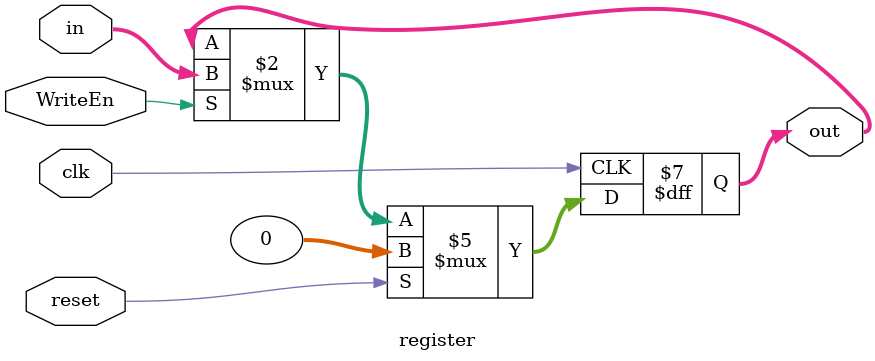
<source format=v>

module register  #(parameter LENGTH = 32) (out, in, WriteEn, clk, reset);

input [LENGTH-1:0] in;
output reg [LENGTH-1:0] out;
input wire clk, WriteEn, reset;

always@(posedge clk)
begin
if(reset)
  out <= 0;
else if(WriteEn)
  out <= in;
end 

endmodule


</source>
